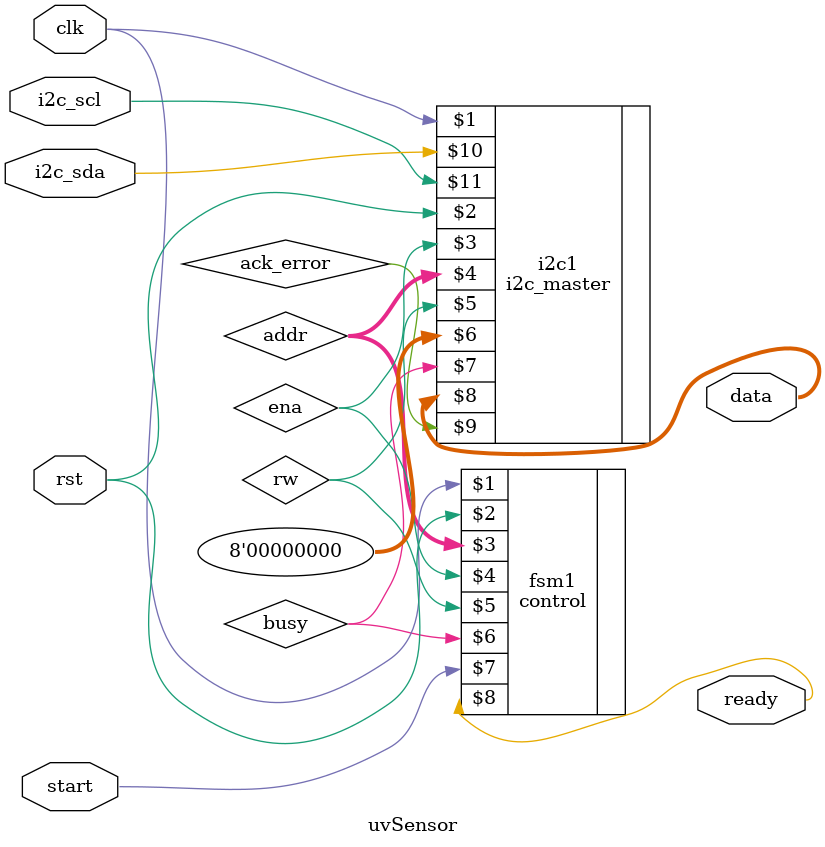
<source format=v>
module uvSensor(clk, rst, start, ready, data, i2c_scl, i2c_sda);
	input clk, rst;
	input start;
	output ready;
	output [7:0] data;
	inout i2c_scl, i2c_sda;

	wire ena, rw, busy, ack_error;
	wire [6:0] addr;

	i2c_master i2c1(clk, rst, ena, addr, rw, 8'b0, busy, data, 
		ack_error, i2c_sda, i2c_scl);

	control fsm1(clk, rst, addr, ena, rw, busy, start, ready);

endmodule


</source>
